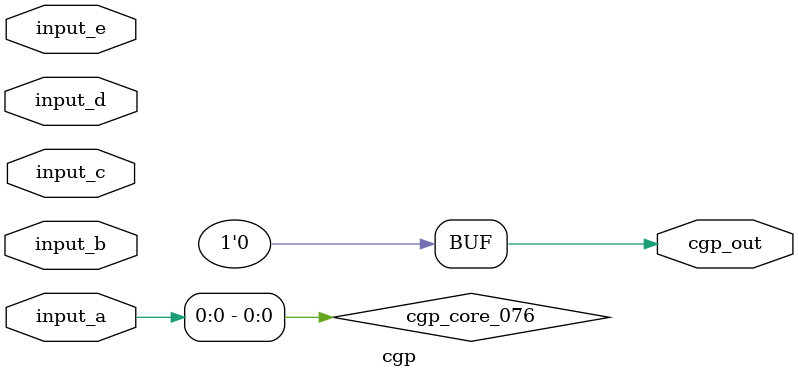
<source format=v>
module cgp(input [2:0] input_a, input [2:0] input_b, input [2:0] input_c, input [2:0] input_d, input [2:0] input_e, output [0:0] cgp_out);
  wire cgp_core_017;
  wire cgp_core_018;
  wire cgp_core_019;
  wire cgp_core_021;
  wire cgp_core_022;
  wire cgp_core_023;
  wire cgp_core_024;
  wire cgp_core_025;
  wire cgp_core_026;
  wire cgp_core_027;
  wire cgp_core_028;
  wire cgp_core_029;
  wire cgp_core_031;
  wire cgp_core_033;
  wire cgp_core_034;
  wire cgp_core_035;
  wire cgp_core_037;
  wire cgp_core_038_not;
  wire cgp_core_039_not;
  wire cgp_core_040;
  wire cgp_core_041;
  wire cgp_core_042;
  wire cgp_core_043;
  wire cgp_core_044;
  wire cgp_core_045;
  wire cgp_core_048;
  wire cgp_core_049;
  wire cgp_core_050;
  wire cgp_core_052;
  wire cgp_core_055;
  wire cgp_core_060;
  wire cgp_core_063;
  wire cgp_core_066_not;
  wire cgp_core_068;
  wire cgp_core_069;
  wire cgp_core_076;

  assign cgp_core_017 = input_b[0] ^ input_c[0];
  assign cgp_core_018 = input_b[0] & input_c[1];
  assign cgp_core_019 = ~(input_a[2] & input_c[1]);
  assign cgp_core_021 = ~(cgp_core_019 ^ cgp_core_018);
  assign cgp_core_022 = cgp_core_019 & cgp_core_018;
  assign cgp_core_023 = input_c[2] ^ cgp_core_022;
  assign cgp_core_024 = ~(input_b[2] | input_c[2]);
  assign cgp_core_025 = ~(input_b[2] | input_b[2]);
  assign cgp_core_026 = input_d[1] & input_a[0];
  assign cgp_core_027 = input_b[1] & cgp_core_023;
  assign cgp_core_028 = cgp_core_025 | cgp_core_027;
  assign cgp_core_029 = input_b[2] ^ input_e[0];
  assign cgp_core_031 = input_d[1] | input_e[1];
  assign cgp_core_033 = ~(cgp_core_031 | input_c[2]);
  assign cgp_core_034 = cgp_core_031 & input_a[0];
  assign cgp_core_035 = input_e[2] | cgp_core_034;
  assign cgp_core_037 = input_d[2] & input_e[2];
  assign cgp_core_038_not = ~cgp_core_035;
  assign cgp_core_039_not = ~cgp_core_035;
  assign cgp_core_040 = ~(input_e[2] & cgp_core_039_not);
  assign cgp_core_041 = cgp_core_017 ^ cgp_core_029;
  assign cgp_core_042 = input_b[1] & cgp_core_029;
  assign cgp_core_043 = cgp_core_021 ^ input_c[1];
  assign cgp_core_044 = cgp_core_021 & cgp_core_033;
  assign cgp_core_045 = input_c[1] ^ cgp_core_042;
  assign cgp_core_048 = cgp_core_026 ^ input_b[1];
  assign cgp_core_049 = ~(cgp_core_026 | cgp_core_038_not);
  assign cgp_core_050 = cgp_core_048 ^ input_c[1];
  assign cgp_core_052 = ~(cgp_core_049 & cgp_core_048);
  assign cgp_core_055 = input_d[0] | input_a[0];
  assign cgp_core_060 = ~cgp_core_055;
  assign cgp_core_063 = ~cgp_core_050;
  assign cgp_core_066_not = ~input_a[2];
  assign cgp_core_068 = ~cgp_core_045;
  assign cgp_core_069 = input_a[1] & cgp_core_068;
  assign cgp_core_076 = input_a[0] & input_a[0];

  assign cgp_out[0] = 1'b0;
endmodule
</source>
